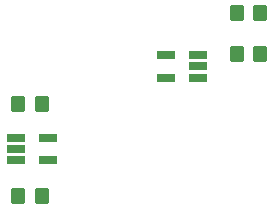
<source format=gbr>
%TF.GenerationSoftware,KiCad,Pcbnew,7.0.2-0*%
%TF.CreationDate,2024-03-04T00:44:33-08:00*%
%TF.ProjectId,EE156_4_Layer,45453135-365f-4345-9f4c-617965722e6b,rev?*%
%TF.SameCoordinates,Original*%
%TF.FileFunction,Paste,Bot*%
%TF.FilePolarity,Positive*%
%FSLAX46Y46*%
G04 Gerber Fmt 4.6, Leading zero omitted, Abs format (unit mm)*
G04 Created by KiCad (PCBNEW 7.0.2-0) date 2024-03-04 00:44:33*
%MOMM*%
%LPD*%
G01*
G04 APERTURE LIST*
G04 Aperture macros list*
%AMRoundRect*
0 Rectangle with rounded corners*
0 $1 Rounding radius*
0 $2 $3 $4 $5 $6 $7 $8 $9 X,Y pos of 4 corners*
0 Add a 4 corners polygon primitive as box body*
4,1,4,$2,$3,$4,$5,$6,$7,$8,$9,$2,$3,0*
0 Add four circle primitives for the rounded corners*
1,1,$1+$1,$2,$3*
1,1,$1+$1,$4,$5*
1,1,$1+$1,$6,$7*
1,1,$1+$1,$8,$9*
0 Add four rect primitives between the rounded corners*
20,1,$1+$1,$2,$3,$4,$5,0*
20,1,$1+$1,$4,$5,$6,$7,0*
20,1,$1+$1,$6,$7,$8,$9,0*
20,1,$1+$1,$8,$9,$2,$3,0*%
G04 Aperture macros list end*
%ADD10R,1.560000X0.650000*%
%ADD11RoundRect,0.250000X-0.350000X-0.450000X0.350000X-0.450000X0.350000X0.450000X-0.350000X0.450000X0*%
%ADD12RoundRect,0.250000X0.350000X0.450000X-0.350000X0.450000X-0.350000X-0.450000X0.350000X-0.450000X0*%
G04 APERTURE END LIST*
D10*
%TO.C,U7*%
X166500000Y-108750000D03*
X166500000Y-106850000D03*
X163800000Y-106850000D03*
X163800000Y-107800000D03*
X163800000Y-108750000D03*
%TD*%
%TO.C,U5*%
X176550000Y-99850000D03*
X176550000Y-101750000D03*
X179250000Y-101750000D03*
X179250000Y-100800000D03*
X179250000Y-99850000D03*
%TD*%
D11*
%TO.C,R24*%
X166000000Y-104000000D03*
X164000000Y-104000000D03*
%TD*%
D12*
%TO.C,R23*%
X164000000Y-111750000D03*
X166000000Y-111750000D03*
%TD*%
D11*
%TO.C,R20*%
X184500000Y-96250000D03*
X182500000Y-96250000D03*
%TD*%
%TO.C,R19*%
X184500000Y-99750000D03*
X182500000Y-99750000D03*
%TD*%
M02*

</source>
